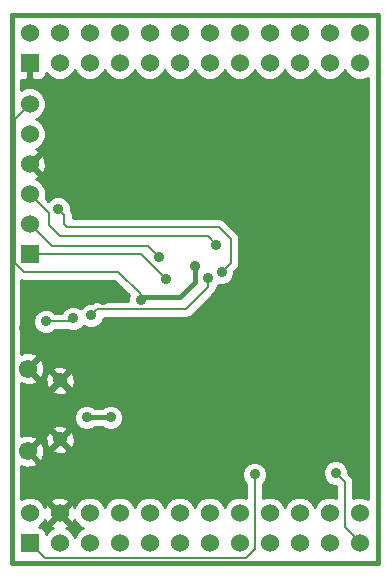
<source format=gbl>
G04 (created by PCBNEW-RS274X (2012-apr-16-27)-stable) date Sun 17 Nov 2013 02:19:30 PM EET*
G01*
G70*
G90*
%MOIN*%
G04 Gerber Fmt 3.4, Leading zero omitted, Abs format*
%FSLAX34Y34*%
G04 APERTURE LIST*
%ADD10C,0.006000*%
%ADD11C,0.015000*%
%ADD12R,0.060000X0.060000*%
%ADD13C,0.060000*%
%ADD14C,0.049200*%
%ADD15C,0.061000*%
%ADD16C,0.035000*%
%ADD17C,0.008000*%
%ADD18C,0.016000*%
%ADD19C,0.010000*%
G04 APERTURE END LIST*
G54D10*
G54D11*
X24800Y-29700D02*
X24800Y-11450D01*
X37000Y-29700D02*
X24800Y-29700D01*
X37000Y-11450D02*
X37000Y-29700D01*
X24800Y-11450D02*
X37000Y-11450D01*
G54D12*
X25400Y-13050D03*
G54D13*
X25400Y-12050D03*
X26400Y-13050D03*
X26400Y-12050D03*
X27400Y-13050D03*
X27400Y-12050D03*
X28400Y-13050D03*
X28400Y-12050D03*
X29400Y-13050D03*
X29400Y-12050D03*
X30400Y-13050D03*
X30400Y-12050D03*
X31400Y-13050D03*
X31400Y-12050D03*
X32400Y-13050D03*
X32400Y-12050D03*
X33400Y-13050D03*
X33400Y-12050D03*
X34400Y-13050D03*
X34400Y-12050D03*
X35400Y-13050D03*
X35400Y-12050D03*
X36400Y-13050D03*
X36400Y-12050D03*
G54D12*
X25400Y-29050D03*
G54D13*
X25400Y-28050D03*
X26400Y-29050D03*
X26400Y-28050D03*
X27400Y-29050D03*
X27400Y-28050D03*
X28400Y-29050D03*
X28400Y-28050D03*
X29400Y-29050D03*
X29400Y-28050D03*
X30400Y-29050D03*
X30400Y-28050D03*
X31400Y-29050D03*
X31400Y-28050D03*
X32400Y-29050D03*
X32400Y-28050D03*
X33400Y-29050D03*
X33400Y-28050D03*
X34400Y-29050D03*
X34400Y-28050D03*
X35400Y-29050D03*
X35400Y-28050D03*
X36400Y-29050D03*
X36400Y-28050D03*
G54D12*
X25400Y-19400D03*
G54D13*
X25400Y-18400D03*
X25400Y-17400D03*
X25400Y-16400D03*
X25400Y-15400D03*
X25400Y-14400D03*
G54D14*
X26413Y-25584D03*
X26413Y-23616D03*
G54D15*
X25350Y-25978D03*
X25350Y-23222D03*
G54D16*
X35600Y-26700D03*
X26350Y-17900D03*
X31800Y-20000D03*
X29200Y-26300D03*
X28200Y-27000D03*
X25900Y-25350D03*
X28300Y-22850D03*
X26900Y-22800D03*
X26850Y-21050D03*
X35150Y-17800D03*
X33500Y-15300D03*
X30450Y-17400D03*
X34850Y-22850D03*
X29850Y-14750D03*
X25225Y-21875D03*
X32500Y-22400D03*
X27850Y-20927D03*
X27300Y-24850D03*
X28100Y-24850D03*
X31600Y-19100D03*
X26850Y-21550D03*
X25950Y-21650D03*
X27450Y-21450D03*
X31350Y-20200D03*
X30900Y-19800D03*
X29100Y-20950D03*
X29950Y-20250D03*
X29700Y-19500D03*
X32900Y-26750D03*
G54D17*
X36400Y-29000D02*
X35900Y-28500D01*
X36400Y-29050D02*
X36400Y-29000D01*
X35900Y-28500D02*
X35900Y-27000D01*
X35900Y-27000D02*
X35600Y-26700D01*
X26650Y-18500D02*
X31700Y-18500D01*
X32100Y-18900D02*
X32100Y-19700D01*
X32100Y-19700D02*
X31800Y-20000D01*
X26550Y-18400D02*
X26650Y-18500D01*
X26350Y-17900D02*
X26550Y-18100D01*
X31700Y-18500D02*
X32100Y-18900D01*
X26550Y-18100D02*
X26550Y-18400D01*
G54D18*
X28300Y-22850D02*
X28250Y-22800D01*
X28250Y-22800D02*
X26900Y-22800D01*
G54D17*
X27850Y-20927D02*
X27850Y-20950D01*
X25225Y-21875D02*
X25250Y-21900D01*
G54D18*
X27300Y-24850D02*
X28100Y-24850D01*
G54D17*
X31350Y-18800D02*
X26400Y-18800D01*
X31600Y-19100D02*
X31350Y-18800D01*
X26050Y-18050D02*
X25400Y-17400D01*
X26050Y-18450D02*
X26050Y-18050D01*
X26400Y-18800D02*
X26050Y-18450D01*
X26850Y-21550D02*
X26750Y-21650D01*
X26750Y-21650D02*
X25950Y-21650D01*
X31350Y-20500D02*
X31350Y-20200D01*
X27450Y-21450D02*
X27650Y-21250D01*
X27650Y-21250D02*
X30600Y-21250D01*
X30600Y-21250D02*
X31350Y-20500D01*
X29100Y-20950D02*
X29100Y-20750D01*
X29100Y-20750D02*
X28350Y-20000D01*
X28350Y-20000D02*
X25200Y-20000D01*
X25200Y-20000D02*
X24900Y-19700D01*
X24900Y-19700D02*
X24900Y-14900D01*
X24900Y-14900D02*
X25400Y-14400D01*
G54D18*
X30400Y-20850D02*
X30900Y-20350D01*
X30900Y-20350D02*
X30900Y-19800D01*
X29100Y-20950D02*
X29200Y-20850D01*
X29200Y-20850D02*
X30400Y-20850D01*
G54D17*
X29950Y-20250D02*
X29100Y-19400D01*
X29100Y-19400D02*
X25400Y-19400D01*
X29350Y-19150D02*
X26150Y-19150D01*
X29700Y-19500D02*
X29350Y-19150D01*
X26150Y-19150D02*
X25400Y-18400D01*
X32900Y-26750D02*
X32900Y-29250D01*
X32600Y-29550D02*
X25900Y-29550D01*
X32900Y-29250D02*
X32600Y-29550D01*
X25900Y-29550D02*
X25400Y-29050D01*
G54D10*
G36*
X36675Y-27570D02*
X36509Y-27501D01*
X36291Y-27501D01*
X36190Y-27543D01*
X36190Y-27000D01*
X36168Y-26889D01*
X36105Y-26795D01*
X36025Y-26715D01*
X36025Y-26616D01*
X35961Y-26460D01*
X35841Y-26340D01*
X35685Y-26275D01*
X35516Y-26275D01*
X35360Y-26339D01*
X35240Y-26459D01*
X35175Y-26615D01*
X35175Y-26784D01*
X35239Y-26940D01*
X35359Y-27060D01*
X35515Y-27125D01*
X35610Y-27125D01*
X35610Y-27543D01*
X35509Y-27501D01*
X35291Y-27501D01*
X35089Y-27585D01*
X34935Y-27739D01*
X34900Y-27823D01*
X34865Y-27739D01*
X34711Y-27585D01*
X34509Y-27501D01*
X34291Y-27501D01*
X34089Y-27585D01*
X33935Y-27739D01*
X33900Y-27823D01*
X33865Y-27739D01*
X33711Y-27585D01*
X33509Y-27501D01*
X33291Y-27501D01*
X33190Y-27543D01*
X33190Y-27061D01*
X33260Y-26991D01*
X33325Y-26835D01*
X33325Y-26666D01*
X33261Y-26510D01*
X33141Y-26390D01*
X32985Y-26325D01*
X32816Y-26325D01*
X32660Y-26389D01*
X32540Y-26509D01*
X32475Y-26665D01*
X32475Y-26834D01*
X32539Y-26990D01*
X32610Y-27061D01*
X32610Y-27543D01*
X32509Y-27501D01*
X32291Y-27501D01*
X32089Y-27585D01*
X31935Y-27739D01*
X31900Y-27823D01*
X31865Y-27739D01*
X31711Y-27585D01*
X31509Y-27501D01*
X31291Y-27501D01*
X31089Y-27585D01*
X30935Y-27739D01*
X30900Y-27823D01*
X30865Y-27739D01*
X30711Y-27585D01*
X30509Y-27501D01*
X30291Y-27501D01*
X30089Y-27585D01*
X29935Y-27739D01*
X29900Y-27823D01*
X29865Y-27739D01*
X29711Y-27585D01*
X29509Y-27501D01*
X29291Y-27501D01*
X29089Y-27585D01*
X28935Y-27739D01*
X28900Y-27823D01*
X28865Y-27739D01*
X28711Y-27585D01*
X28525Y-27507D01*
X28525Y-24935D01*
X28525Y-24766D01*
X28461Y-24610D01*
X28341Y-24490D01*
X28185Y-24425D01*
X28016Y-24425D01*
X27860Y-24489D01*
X27829Y-24520D01*
X27571Y-24520D01*
X27541Y-24490D01*
X27385Y-24425D01*
X27216Y-24425D01*
X27060Y-24489D01*
X26940Y-24609D01*
X26904Y-24695D01*
X26904Y-23682D01*
X26892Y-23489D01*
X26842Y-23367D01*
X26753Y-23347D01*
X26682Y-23418D01*
X26682Y-23276D01*
X26662Y-23187D01*
X26479Y-23125D01*
X26286Y-23137D01*
X26164Y-23187D01*
X26144Y-23276D01*
X26413Y-23545D01*
X26682Y-23276D01*
X26682Y-23418D01*
X26484Y-23616D01*
X26753Y-23885D01*
X26842Y-23865D01*
X26904Y-23682D01*
X26904Y-24695D01*
X26875Y-24765D01*
X26875Y-24934D01*
X26939Y-25090D01*
X27059Y-25210D01*
X27215Y-25275D01*
X27384Y-25275D01*
X27540Y-25211D01*
X27571Y-25180D01*
X27829Y-25180D01*
X27859Y-25210D01*
X28015Y-25275D01*
X28184Y-25275D01*
X28340Y-25211D01*
X28460Y-25091D01*
X28525Y-24935D01*
X28525Y-27507D01*
X28509Y-27501D01*
X28291Y-27501D01*
X28089Y-27585D01*
X27935Y-27739D01*
X27900Y-27823D01*
X27865Y-27739D01*
X27711Y-27585D01*
X27509Y-27501D01*
X27291Y-27501D01*
X27089Y-27585D01*
X26935Y-27739D01*
X26904Y-27813D01*
X26904Y-25650D01*
X26892Y-25457D01*
X26842Y-25335D01*
X26753Y-25315D01*
X26682Y-25386D01*
X26682Y-25244D01*
X26682Y-23956D01*
X26413Y-23687D01*
X26342Y-23758D01*
X26342Y-23616D01*
X26073Y-23347D01*
X25984Y-23367D01*
X25922Y-23550D01*
X25934Y-23743D01*
X25984Y-23865D01*
X26073Y-23885D01*
X26342Y-23616D01*
X26342Y-23758D01*
X26144Y-23956D01*
X26164Y-24045D01*
X26347Y-24107D01*
X26540Y-24095D01*
X26662Y-24045D01*
X26682Y-23956D01*
X26682Y-25244D01*
X26662Y-25155D01*
X26479Y-25093D01*
X26286Y-25105D01*
X26164Y-25155D01*
X26144Y-25244D01*
X26413Y-25513D01*
X26682Y-25244D01*
X26682Y-25386D01*
X26484Y-25584D01*
X26753Y-25853D01*
X26842Y-25833D01*
X26904Y-25650D01*
X26904Y-27813D01*
X26897Y-27830D01*
X26872Y-27769D01*
X26778Y-27742D01*
X26708Y-27812D01*
X26708Y-27672D01*
X26682Y-27581D01*
X26682Y-25924D01*
X26413Y-25655D01*
X26342Y-25726D01*
X26342Y-25584D01*
X26073Y-25315D01*
X25984Y-25335D01*
X25922Y-25518D01*
X25934Y-25711D01*
X25984Y-25833D01*
X26073Y-25853D01*
X26342Y-25584D01*
X26342Y-25726D01*
X26144Y-25924D01*
X26164Y-26013D01*
X26347Y-26075D01*
X26540Y-26063D01*
X26662Y-26013D01*
X26682Y-25924D01*
X26682Y-27581D01*
X26681Y-27578D01*
X26479Y-27507D01*
X26266Y-27518D01*
X26119Y-27578D01*
X26092Y-27672D01*
X26400Y-27979D01*
X26708Y-27672D01*
X26708Y-27812D01*
X26471Y-28050D01*
X26778Y-28358D01*
X26872Y-28331D01*
X26895Y-28265D01*
X26935Y-28361D01*
X27089Y-28515D01*
X27173Y-28550D01*
X27089Y-28585D01*
X26935Y-28739D01*
X26900Y-28823D01*
X26865Y-28739D01*
X26711Y-28585D01*
X26619Y-28547D01*
X26681Y-28522D01*
X26708Y-28428D01*
X26400Y-28121D01*
X26092Y-28428D01*
X26119Y-28522D01*
X26184Y-28545D01*
X26089Y-28585D01*
X25949Y-28725D01*
X25949Y-28701D01*
X25911Y-28609D01*
X25841Y-28539D01*
X25750Y-28501D01*
X25725Y-28501D01*
X25865Y-28361D01*
X25902Y-28269D01*
X25928Y-28331D01*
X26022Y-28358D01*
X26329Y-28050D01*
X26022Y-27742D01*
X25928Y-27769D01*
X25904Y-27834D01*
X25898Y-27819D01*
X25898Y-26058D01*
X25898Y-23302D01*
X25887Y-23086D01*
X25826Y-22938D01*
X25732Y-22911D01*
X25421Y-23222D01*
X25732Y-23533D01*
X25826Y-23506D01*
X25898Y-23302D01*
X25898Y-26058D01*
X25887Y-25842D01*
X25826Y-25694D01*
X25732Y-25667D01*
X25421Y-25978D01*
X25732Y-26289D01*
X25826Y-26262D01*
X25898Y-26058D01*
X25898Y-27819D01*
X25865Y-27739D01*
X25711Y-27585D01*
X25509Y-27501D01*
X25291Y-27501D01*
X25125Y-27570D01*
X25125Y-26474D01*
X25270Y-26526D01*
X25486Y-26515D01*
X25634Y-26454D01*
X25661Y-26360D01*
X25385Y-26084D01*
X25350Y-26049D01*
X25279Y-25978D01*
X25350Y-25907D01*
X25385Y-25872D01*
X25661Y-25596D01*
X25634Y-25502D01*
X25430Y-25430D01*
X25214Y-25441D01*
X25125Y-25477D01*
X25125Y-23718D01*
X25270Y-23770D01*
X25486Y-23759D01*
X25634Y-23698D01*
X25661Y-23604D01*
X25385Y-23328D01*
X25350Y-23293D01*
X25279Y-23222D01*
X25350Y-23151D01*
X25385Y-23116D01*
X25661Y-22840D01*
X25634Y-22746D01*
X25430Y-22674D01*
X25214Y-22685D01*
X25125Y-22721D01*
X25125Y-20275D01*
X25200Y-20290D01*
X28229Y-20290D01*
X28713Y-20773D01*
X28675Y-20865D01*
X28675Y-20960D01*
X27650Y-20960D01*
X27539Y-20982D01*
X27474Y-21025D01*
X27366Y-21025D01*
X27210Y-21089D01*
X27100Y-21199D01*
X27091Y-21190D01*
X26935Y-21125D01*
X26766Y-21125D01*
X26610Y-21189D01*
X26490Y-21309D01*
X26468Y-21360D01*
X26261Y-21360D01*
X26191Y-21290D01*
X26035Y-21225D01*
X25866Y-21225D01*
X25710Y-21289D01*
X25590Y-21409D01*
X25525Y-21565D01*
X25525Y-21734D01*
X25589Y-21890D01*
X25709Y-22010D01*
X25865Y-22075D01*
X26034Y-22075D01*
X26190Y-22011D01*
X26261Y-21940D01*
X26681Y-21940D01*
X26765Y-21975D01*
X26934Y-21975D01*
X27090Y-21911D01*
X27200Y-21801D01*
X27209Y-21810D01*
X27365Y-21875D01*
X27534Y-21875D01*
X27690Y-21811D01*
X27810Y-21691D01*
X27872Y-21540D01*
X30600Y-21540D01*
X30711Y-21518D01*
X30805Y-21455D01*
X31555Y-20706D01*
X31555Y-20705D01*
X31618Y-20611D01*
X31637Y-20513D01*
X31710Y-20441D01*
X31716Y-20425D01*
X31884Y-20425D01*
X32040Y-20361D01*
X32160Y-20241D01*
X32225Y-20085D01*
X32225Y-19985D01*
X32305Y-19905D01*
X32368Y-19811D01*
X32390Y-19700D01*
X32390Y-18900D01*
X32371Y-18806D01*
X32368Y-18789D01*
X32368Y-18788D01*
X32305Y-18695D01*
X32305Y-18694D01*
X31905Y-18295D01*
X31811Y-18232D01*
X31700Y-18210D01*
X26840Y-18210D01*
X26840Y-18100D01*
X26839Y-18099D01*
X26818Y-17989D01*
X26817Y-17988D01*
X26775Y-17925D01*
X26775Y-17924D01*
X26775Y-17816D01*
X26711Y-17660D01*
X26591Y-17540D01*
X26435Y-17475D01*
X26266Y-17475D01*
X26110Y-17539D01*
X26029Y-17619D01*
X25940Y-17530D01*
X25949Y-17509D01*
X25949Y-17291D01*
X25943Y-17276D01*
X25943Y-16479D01*
X25932Y-16266D01*
X25872Y-16119D01*
X25778Y-16092D01*
X25471Y-16400D01*
X25778Y-16708D01*
X25872Y-16681D01*
X25943Y-16479D01*
X25943Y-17276D01*
X25865Y-17089D01*
X25711Y-16935D01*
X25619Y-16897D01*
X25681Y-16872D01*
X25708Y-16778D01*
X25435Y-16506D01*
X25400Y-16471D01*
X25329Y-16400D01*
X25400Y-16329D01*
X25435Y-16294D01*
X25708Y-16022D01*
X25681Y-15928D01*
X25615Y-15904D01*
X25711Y-15865D01*
X25865Y-15711D01*
X25949Y-15509D01*
X25949Y-15291D01*
X25865Y-15089D01*
X25711Y-14935D01*
X25626Y-14900D01*
X25711Y-14865D01*
X25865Y-14711D01*
X25949Y-14509D01*
X25949Y-14291D01*
X25865Y-14089D01*
X25711Y-13935D01*
X25509Y-13851D01*
X25291Y-13851D01*
X25125Y-13920D01*
X25125Y-13599D01*
X25288Y-13600D01*
X25350Y-13538D01*
X25350Y-13150D01*
X25350Y-13100D01*
X25350Y-13000D01*
X25450Y-13000D01*
X25450Y-13100D01*
X25450Y-13150D01*
X25450Y-13538D01*
X25512Y-13600D01*
X25749Y-13599D01*
X25841Y-13561D01*
X25911Y-13491D01*
X25949Y-13400D01*
X25949Y-13375D01*
X26089Y-13515D01*
X26291Y-13599D01*
X26509Y-13599D01*
X26711Y-13515D01*
X26865Y-13361D01*
X26900Y-13276D01*
X26935Y-13361D01*
X27089Y-13515D01*
X27291Y-13599D01*
X27509Y-13599D01*
X27711Y-13515D01*
X27865Y-13361D01*
X27900Y-13276D01*
X27935Y-13361D01*
X28089Y-13515D01*
X28291Y-13599D01*
X28509Y-13599D01*
X28711Y-13515D01*
X28865Y-13361D01*
X28900Y-13276D01*
X28935Y-13361D01*
X29089Y-13515D01*
X29291Y-13599D01*
X29509Y-13599D01*
X29711Y-13515D01*
X29865Y-13361D01*
X29900Y-13276D01*
X29935Y-13361D01*
X30089Y-13515D01*
X30291Y-13599D01*
X30509Y-13599D01*
X30711Y-13515D01*
X30865Y-13361D01*
X30900Y-13276D01*
X30935Y-13361D01*
X31089Y-13515D01*
X31291Y-13599D01*
X31509Y-13599D01*
X31711Y-13515D01*
X31865Y-13361D01*
X31900Y-13276D01*
X31935Y-13361D01*
X32089Y-13515D01*
X32291Y-13599D01*
X32509Y-13599D01*
X32711Y-13515D01*
X32865Y-13361D01*
X32900Y-13276D01*
X32935Y-13361D01*
X33089Y-13515D01*
X33291Y-13599D01*
X33509Y-13599D01*
X33711Y-13515D01*
X33865Y-13361D01*
X33900Y-13276D01*
X33935Y-13361D01*
X34089Y-13515D01*
X34291Y-13599D01*
X34509Y-13599D01*
X34711Y-13515D01*
X34865Y-13361D01*
X34900Y-13276D01*
X34935Y-13361D01*
X35089Y-13515D01*
X35291Y-13599D01*
X35509Y-13599D01*
X35711Y-13515D01*
X35865Y-13361D01*
X35900Y-13276D01*
X35935Y-13361D01*
X36089Y-13515D01*
X36291Y-13599D01*
X36509Y-13599D01*
X36675Y-13529D01*
X36675Y-27570D01*
X36675Y-27570D01*
G37*
G54D19*
X36675Y-27570D02*
X36509Y-27501D01*
X36291Y-27501D01*
X36190Y-27543D01*
X36190Y-27000D01*
X36168Y-26889D01*
X36105Y-26795D01*
X36025Y-26715D01*
X36025Y-26616D01*
X35961Y-26460D01*
X35841Y-26340D01*
X35685Y-26275D01*
X35516Y-26275D01*
X35360Y-26339D01*
X35240Y-26459D01*
X35175Y-26615D01*
X35175Y-26784D01*
X35239Y-26940D01*
X35359Y-27060D01*
X35515Y-27125D01*
X35610Y-27125D01*
X35610Y-27543D01*
X35509Y-27501D01*
X35291Y-27501D01*
X35089Y-27585D01*
X34935Y-27739D01*
X34900Y-27823D01*
X34865Y-27739D01*
X34711Y-27585D01*
X34509Y-27501D01*
X34291Y-27501D01*
X34089Y-27585D01*
X33935Y-27739D01*
X33900Y-27823D01*
X33865Y-27739D01*
X33711Y-27585D01*
X33509Y-27501D01*
X33291Y-27501D01*
X33190Y-27543D01*
X33190Y-27061D01*
X33260Y-26991D01*
X33325Y-26835D01*
X33325Y-26666D01*
X33261Y-26510D01*
X33141Y-26390D01*
X32985Y-26325D01*
X32816Y-26325D01*
X32660Y-26389D01*
X32540Y-26509D01*
X32475Y-26665D01*
X32475Y-26834D01*
X32539Y-26990D01*
X32610Y-27061D01*
X32610Y-27543D01*
X32509Y-27501D01*
X32291Y-27501D01*
X32089Y-27585D01*
X31935Y-27739D01*
X31900Y-27823D01*
X31865Y-27739D01*
X31711Y-27585D01*
X31509Y-27501D01*
X31291Y-27501D01*
X31089Y-27585D01*
X30935Y-27739D01*
X30900Y-27823D01*
X30865Y-27739D01*
X30711Y-27585D01*
X30509Y-27501D01*
X30291Y-27501D01*
X30089Y-27585D01*
X29935Y-27739D01*
X29900Y-27823D01*
X29865Y-27739D01*
X29711Y-27585D01*
X29509Y-27501D01*
X29291Y-27501D01*
X29089Y-27585D01*
X28935Y-27739D01*
X28900Y-27823D01*
X28865Y-27739D01*
X28711Y-27585D01*
X28525Y-27507D01*
X28525Y-24935D01*
X28525Y-24766D01*
X28461Y-24610D01*
X28341Y-24490D01*
X28185Y-24425D01*
X28016Y-24425D01*
X27860Y-24489D01*
X27829Y-24520D01*
X27571Y-24520D01*
X27541Y-24490D01*
X27385Y-24425D01*
X27216Y-24425D01*
X27060Y-24489D01*
X26940Y-24609D01*
X26904Y-24695D01*
X26904Y-23682D01*
X26892Y-23489D01*
X26842Y-23367D01*
X26753Y-23347D01*
X26682Y-23418D01*
X26682Y-23276D01*
X26662Y-23187D01*
X26479Y-23125D01*
X26286Y-23137D01*
X26164Y-23187D01*
X26144Y-23276D01*
X26413Y-23545D01*
X26682Y-23276D01*
X26682Y-23418D01*
X26484Y-23616D01*
X26753Y-23885D01*
X26842Y-23865D01*
X26904Y-23682D01*
X26904Y-24695D01*
X26875Y-24765D01*
X26875Y-24934D01*
X26939Y-25090D01*
X27059Y-25210D01*
X27215Y-25275D01*
X27384Y-25275D01*
X27540Y-25211D01*
X27571Y-25180D01*
X27829Y-25180D01*
X27859Y-25210D01*
X28015Y-25275D01*
X28184Y-25275D01*
X28340Y-25211D01*
X28460Y-25091D01*
X28525Y-24935D01*
X28525Y-27507D01*
X28509Y-27501D01*
X28291Y-27501D01*
X28089Y-27585D01*
X27935Y-27739D01*
X27900Y-27823D01*
X27865Y-27739D01*
X27711Y-27585D01*
X27509Y-27501D01*
X27291Y-27501D01*
X27089Y-27585D01*
X26935Y-27739D01*
X26904Y-27813D01*
X26904Y-25650D01*
X26892Y-25457D01*
X26842Y-25335D01*
X26753Y-25315D01*
X26682Y-25386D01*
X26682Y-25244D01*
X26682Y-23956D01*
X26413Y-23687D01*
X26342Y-23758D01*
X26342Y-23616D01*
X26073Y-23347D01*
X25984Y-23367D01*
X25922Y-23550D01*
X25934Y-23743D01*
X25984Y-23865D01*
X26073Y-23885D01*
X26342Y-23616D01*
X26342Y-23758D01*
X26144Y-23956D01*
X26164Y-24045D01*
X26347Y-24107D01*
X26540Y-24095D01*
X26662Y-24045D01*
X26682Y-23956D01*
X26682Y-25244D01*
X26662Y-25155D01*
X26479Y-25093D01*
X26286Y-25105D01*
X26164Y-25155D01*
X26144Y-25244D01*
X26413Y-25513D01*
X26682Y-25244D01*
X26682Y-25386D01*
X26484Y-25584D01*
X26753Y-25853D01*
X26842Y-25833D01*
X26904Y-25650D01*
X26904Y-27813D01*
X26897Y-27830D01*
X26872Y-27769D01*
X26778Y-27742D01*
X26708Y-27812D01*
X26708Y-27672D01*
X26682Y-27581D01*
X26682Y-25924D01*
X26413Y-25655D01*
X26342Y-25726D01*
X26342Y-25584D01*
X26073Y-25315D01*
X25984Y-25335D01*
X25922Y-25518D01*
X25934Y-25711D01*
X25984Y-25833D01*
X26073Y-25853D01*
X26342Y-25584D01*
X26342Y-25726D01*
X26144Y-25924D01*
X26164Y-26013D01*
X26347Y-26075D01*
X26540Y-26063D01*
X26662Y-26013D01*
X26682Y-25924D01*
X26682Y-27581D01*
X26681Y-27578D01*
X26479Y-27507D01*
X26266Y-27518D01*
X26119Y-27578D01*
X26092Y-27672D01*
X26400Y-27979D01*
X26708Y-27672D01*
X26708Y-27812D01*
X26471Y-28050D01*
X26778Y-28358D01*
X26872Y-28331D01*
X26895Y-28265D01*
X26935Y-28361D01*
X27089Y-28515D01*
X27173Y-28550D01*
X27089Y-28585D01*
X26935Y-28739D01*
X26900Y-28823D01*
X26865Y-28739D01*
X26711Y-28585D01*
X26619Y-28547D01*
X26681Y-28522D01*
X26708Y-28428D01*
X26400Y-28121D01*
X26092Y-28428D01*
X26119Y-28522D01*
X26184Y-28545D01*
X26089Y-28585D01*
X25949Y-28725D01*
X25949Y-28701D01*
X25911Y-28609D01*
X25841Y-28539D01*
X25750Y-28501D01*
X25725Y-28501D01*
X25865Y-28361D01*
X25902Y-28269D01*
X25928Y-28331D01*
X26022Y-28358D01*
X26329Y-28050D01*
X26022Y-27742D01*
X25928Y-27769D01*
X25904Y-27834D01*
X25898Y-27819D01*
X25898Y-26058D01*
X25898Y-23302D01*
X25887Y-23086D01*
X25826Y-22938D01*
X25732Y-22911D01*
X25421Y-23222D01*
X25732Y-23533D01*
X25826Y-23506D01*
X25898Y-23302D01*
X25898Y-26058D01*
X25887Y-25842D01*
X25826Y-25694D01*
X25732Y-25667D01*
X25421Y-25978D01*
X25732Y-26289D01*
X25826Y-26262D01*
X25898Y-26058D01*
X25898Y-27819D01*
X25865Y-27739D01*
X25711Y-27585D01*
X25509Y-27501D01*
X25291Y-27501D01*
X25125Y-27570D01*
X25125Y-26474D01*
X25270Y-26526D01*
X25486Y-26515D01*
X25634Y-26454D01*
X25661Y-26360D01*
X25385Y-26084D01*
X25350Y-26049D01*
X25279Y-25978D01*
X25350Y-25907D01*
X25385Y-25872D01*
X25661Y-25596D01*
X25634Y-25502D01*
X25430Y-25430D01*
X25214Y-25441D01*
X25125Y-25477D01*
X25125Y-23718D01*
X25270Y-23770D01*
X25486Y-23759D01*
X25634Y-23698D01*
X25661Y-23604D01*
X25385Y-23328D01*
X25350Y-23293D01*
X25279Y-23222D01*
X25350Y-23151D01*
X25385Y-23116D01*
X25661Y-22840D01*
X25634Y-22746D01*
X25430Y-22674D01*
X25214Y-22685D01*
X25125Y-22721D01*
X25125Y-20275D01*
X25200Y-20290D01*
X28229Y-20290D01*
X28713Y-20773D01*
X28675Y-20865D01*
X28675Y-20960D01*
X27650Y-20960D01*
X27539Y-20982D01*
X27474Y-21025D01*
X27366Y-21025D01*
X27210Y-21089D01*
X27100Y-21199D01*
X27091Y-21190D01*
X26935Y-21125D01*
X26766Y-21125D01*
X26610Y-21189D01*
X26490Y-21309D01*
X26468Y-21360D01*
X26261Y-21360D01*
X26191Y-21290D01*
X26035Y-21225D01*
X25866Y-21225D01*
X25710Y-21289D01*
X25590Y-21409D01*
X25525Y-21565D01*
X25525Y-21734D01*
X25589Y-21890D01*
X25709Y-22010D01*
X25865Y-22075D01*
X26034Y-22075D01*
X26190Y-22011D01*
X26261Y-21940D01*
X26681Y-21940D01*
X26765Y-21975D01*
X26934Y-21975D01*
X27090Y-21911D01*
X27200Y-21801D01*
X27209Y-21810D01*
X27365Y-21875D01*
X27534Y-21875D01*
X27690Y-21811D01*
X27810Y-21691D01*
X27872Y-21540D01*
X30600Y-21540D01*
X30711Y-21518D01*
X30805Y-21455D01*
X31555Y-20706D01*
X31555Y-20705D01*
X31618Y-20611D01*
X31637Y-20513D01*
X31710Y-20441D01*
X31716Y-20425D01*
X31884Y-20425D01*
X32040Y-20361D01*
X32160Y-20241D01*
X32225Y-20085D01*
X32225Y-19985D01*
X32305Y-19905D01*
X32368Y-19811D01*
X32390Y-19700D01*
X32390Y-18900D01*
X32371Y-18806D01*
X32368Y-18789D01*
X32368Y-18788D01*
X32305Y-18695D01*
X32305Y-18694D01*
X31905Y-18295D01*
X31811Y-18232D01*
X31700Y-18210D01*
X26840Y-18210D01*
X26840Y-18100D01*
X26839Y-18099D01*
X26818Y-17989D01*
X26817Y-17988D01*
X26775Y-17925D01*
X26775Y-17924D01*
X26775Y-17816D01*
X26711Y-17660D01*
X26591Y-17540D01*
X26435Y-17475D01*
X26266Y-17475D01*
X26110Y-17539D01*
X26029Y-17619D01*
X25940Y-17530D01*
X25949Y-17509D01*
X25949Y-17291D01*
X25943Y-17276D01*
X25943Y-16479D01*
X25932Y-16266D01*
X25872Y-16119D01*
X25778Y-16092D01*
X25471Y-16400D01*
X25778Y-16708D01*
X25872Y-16681D01*
X25943Y-16479D01*
X25943Y-17276D01*
X25865Y-17089D01*
X25711Y-16935D01*
X25619Y-16897D01*
X25681Y-16872D01*
X25708Y-16778D01*
X25435Y-16506D01*
X25400Y-16471D01*
X25329Y-16400D01*
X25400Y-16329D01*
X25435Y-16294D01*
X25708Y-16022D01*
X25681Y-15928D01*
X25615Y-15904D01*
X25711Y-15865D01*
X25865Y-15711D01*
X25949Y-15509D01*
X25949Y-15291D01*
X25865Y-15089D01*
X25711Y-14935D01*
X25626Y-14900D01*
X25711Y-14865D01*
X25865Y-14711D01*
X25949Y-14509D01*
X25949Y-14291D01*
X25865Y-14089D01*
X25711Y-13935D01*
X25509Y-13851D01*
X25291Y-13851D01*
X25125Y-13920D01*
X25125Y-13599D01*
X25288Y-13600D01*
X25350Y-13538D01*
X25350Y-13150D01*
X25350Y-13100D01*
X25350Y-13000D01*
X25450Y-13000D01*
X25450Y-13100D01*
X25450Y-13150D01*
X25450Y-13538D01*
X25512Y-13600D01*
X25749Y-13599D01*
X25841Y-13561D01*
X25911Y-13491D01*
X25949Y-13400D01*
X25949Y-13375D01*
X26089Y-13515D01*
X26291Y-13599D01*
X26509Y-13599D01*
X26711Y-13515D01*
X26865Y-13361D01*
X26900Y-13276D01*
X26935Y-13361D01*
X27089Y-13515D01*
X27291Y-13599D01*
X27509Y-13599D01*
X27711Y-13515D01*
X27865Y-13361D01*
X27900Y-13276D01*
X27935Y-13361D01*
X28089Y-13515D01*
X28291Y-13599D01*
X28509Y-13599D01*
X28711Y-13515D01*
X28865Y-13361D01*
X28900Y-13276D01*
X28935Y-13361D01*
X29089Y-13515D01*
X29291Y-13599D01*
X29509Y-13599D01*
X29711Y-13515D01*
X29865Y-13361D01*
X29900Y-13276D01*
X29935Y-13361D01*
X30089Y-13515D01*
X30291Y-13599D01*
X30509Y-13599D01*
X30711Y-13515D01*
X30865Y-13361D01*
X30900Y-13276D01*
X30935Y-13361D01*
X31089Y-13515D01*
X31291Y-13599D01*
X31509Y-13599D01*
X31711Y-13515D01*
X31865Y-13361D01*
X31900Y-13276D01*
X31935Y-13361D01*
X32089Y-13515D01*
X32291Y-13599D01*
X32509Y-13599D01*
X32711Y-13515D01*
X32865Y-13361D01*
X32900Y-13276D01*
X32935Y-13361D01*
X33089Y-13515D01*
X33291Y-13599D01*
X33509Y-13599D01*
X33711Y-13515D01*
X33865Y-13361D01*
X33900Y-13276D01*
X33935Y-13361D01*
X34089Y-13515D01*
X34291Y-13599D01*
X34509Y-13599D01*
X34711Y-13515D01*
X34865Y-13361D01*
X34900Y-13276D01*
X34935Y-13361D01*
X35089Y-13515D01*
X35291Y-13599D01*
X35509Y-13599D01*
X35711Y-13515D01*
X35865Y-13361D01*
X35900Y-13276D01*
X35935Y-13361D01*
X36089Y-13515D01*
X36291Y-13599D01*
X36509Y-13599D01*
X36675Y-13529D01*
X36675Y-27570D01*
M02*

</source>
